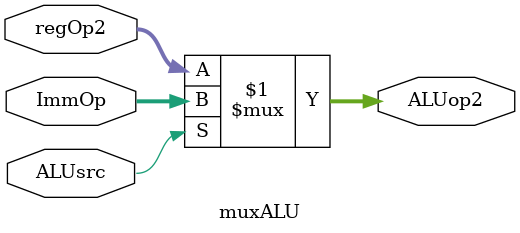
<source format=sv>
module muxALU#(
    parameter ALUop2_width = 32
)(
    input logic ALUsrc,
    input logic [ALUop2_width-1:0] regOp2,
    input logic [ALUop2_width-1:0] ImmOp,
    output logic [ALUop2_width-1:0] ALUop2

);

assign ALUop2 = ALUsrc ? ImmOp : regOp2;
    
endmodule

</source>
